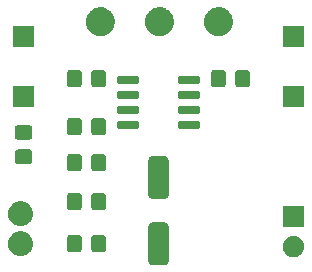
<source format=gbr>
G04 #@! TF.GenerationSoftware,KiCad,Pcbnew,6.0.0-unknown-3fefe01~100~ubuntu19.04.1*
G04 #@! TF.CreationDate,2019-08-17T22:35:10-04:00*
G04 #@! TF.ProjectId,1000WBlender,31303030-5742-46c6-956e-6465722e6b69,rev?*
G04 #@! TF.SameCoordinates,Original*
G04 #@! TF.FileFunction,Soldermask,Top*
G04 #@! TF.FilePolarity,Negative*
%FSLAX46Y46*%
G04 Gerber Fmt 4.6, Leading zero omitted, Abs format (unit mm)*
G04 Created by KiCad (PCBNEW 6.0.0-unknown-3fefe01~100~ubuntu19.04.1) date 2019-08-17 22:35:10*
%MOMM*%
%LPD*%
G04 APERTURE LIST*
%ADD10C,0.100000*%
G04 APERTURE END LIST*
D10*
G36*
X150496756Y-144013764D02*
G01*
X150508228Y-144019289D01*
X150516286Y-144020795D01*
X150533543Y-144031480D01*
X150578638Y-144053197D01*
X150598738Y-144071847D01*
X150611964Y-144080036D01*
X150622264Y-144093676D01*
X150645265Y-144115017D01*
X150667617Y-144153732D01*
X150679781Y-144169840D01*
X150681750Y-144178212D01*
X150689506Y-144191646D01*
X150708419Y-144291603D01*
X150711883Y-144306331D01*
X150711883Y-144309910D01*
X150713194Y-144316839D01*
X150713194Y-147289516D01*
X150698236Y-147388756D01*
X150692711Y-147400228D01*
X150691205Y-147408286D01*
X150680520Y-147425543D01*
X150658803Y-147470638D01*
X150640153Y-147490738D01*
X150631964Y-147503964D01*
X150618324Y-147514264D01*
X150596983Y-147537265D01*
X150558268Y-147559617D01*
X150542160Y-147571781D01*
X150533788Y-147573750D01*
X150520354Y-147581506D01*
X150420397Y-147600419D01*
X150405669Y-147603883D01*
X150402090Y-147603883D01*
X150395161Y-147605194D01*
X149322484Y-147605194D01*
X149223244Y-147590236D01*
X149211772Y-147584711D01*
X149203714Y-147583205D01*
X149186457Y-147572520D01*
X149141362Y-147550803D01*
X149121262Y-147532153D01*
X149108036Y-147523964D01*
X149097736Y-147510324D01*
X149074735Y-147488983D01*
X149052383Y-147450268D01*
X149040219Y-147434160D01*
X149038250Y-147425788D01*
X149030494Y-147412354D01*
X149011581Y-147312397D01*
X149008117Y-147297669D01*
X149008117Y-147294090D01*
X149006806Y-147287161D01*
X149006806Y-144314484D01*
X149021764Y-144215244D01*
X149027289Y-144203772D01*
X149028795Y-144195714D01*
X149039480Y-144178457D01*
X149061197Y-144133362D01*
X149079847Y-144113262D01*
X149088036Y-144100036D01*
X149101676Y-144089736D01*
X149123017Y-144066735D01*
X149161732Y-144044383D01*
X149177840Y-144032219D01*
X149186212Y-144030250D01*
X149199646Y-144022494D01*
X149299603Y-144003581D01*
X149314331Y-144000117D01*
X149317910Y-144000117D01*
X149324839Y-143998806D01*
X150397516Y-143998806D01*
X150496756Y-144013764D01*
X150496756Y-144013764D01*
G37*
G36*
X161478360Y-145163835D02*
G01*
X161559397Y-145190166D01*
X161646663Y-145217848D01*
X161649655Y-145219493D01*
X161658488Y-145222363D01*
X161730466Y-145263919D01*
X161801499Y-145302970D01*
X161808986Y-145309253D01*
X161822511Y-145317061D01*
X161880259Y-145369057D01*
X161936857Y-145416549D01*
X161946962Y-145429118D01*
X161963261Y-145443793D01*
X162005454Y-145501867D01*
X162047579Y-145554260D01*
X162057994Y-145574182D01*
X162074586Y-145597019D01*
X162101297Y-145657012D01*
X162129439Y-145710843D01*
X162137582Y-145738510D01*
X162151621Y-145770042D01*
X162163992Y-145828241D01*
X162179328Y-145880349D01*
X162182518Y-145915401D01*
X162190999Y-145955301D01*
X162190999Y-146008592D01*
X162195343Y-146056324D01*
X162190999Y-146097653D01*
X162190999Y-146144699D01*
X162181217Y-146190721D01*
X162176873Y-146232047D01*
X162162702Y-146277827D01*
X162151621Y-146329958D01*
X162135028Y-146367226D01*
X162124622Y-146400843D01*
X162098789Y-146448620D01*
X162074586Y-146502981D01*
X162054298Y-146530905D01*
X162040580Y-146556276D01*
X162001859Y-146603082D01*
X161963261Y-146656207D01*
X161942284Y-146675095D01*
X161927952Y-146692419D01*
X161875845Y-146734917D01*
X161822511Y-146782939D01*
X161803524Y-146793901D01*
X161791025Y-146804095D01*
X161725780Y-146838786D01*
X161658488Y-146877637D01*
X161643636Y-146882463D01*
X161635003Y-146887053D01*
X161557430Y-146910473D01*
X161478360Y-146936165D01*
X161469114Y-146937137D01*
X161465851Y-146938122D01*
X161374710Y-146947059D01*
X161337211Y-146951000D01*
X161242789Y-146951000D01*
X161101640Y-146936165D01*
X161020603Y-146909834D01*
X160933337Y-146882152D01*
X160930345Y-146880507D01*
X160921512Y-146877637D01*
X160849534Y-146836081D01*
X160778501Y-146797030D01*
X160771014Y-146790747D01*
X160757489Y-146782939D01*
X160699741Y-146730943D01*
X160643143Y-146683451D01*
X160633038Y-146670882D01*
X160616739Y-146656207D01*
X160574546Y-146598133D01*
X160532421Y-146545740D01*
X160522006Y-146525818D01*
X160505414Y-146502981D01*
X160478703Y-146442988D01*
X160450561Y-146389157D01*
X160442418Y-146361490D01*
X160428379Y-146329958D01*
X160416008Y-146271759D01*
X160400672Y-146219651D01*
X160397482Y-146184599D01*
X160389001Y-146144699D01*
X160389001Y-146091408D01*
X160384657Y-146043676D01*
X160389001Y-146002347D01*
X160389001Y-145955301D01*
X160398783Y-145909279D01*
X160403127Y-145867953D01*
X160417298Y-145822173D01*
X160428379Y-145770042D01*
X160444972Y-145732774D01*
X160455378Y-145699157D01*
X160481211Y-145651380D01*
X160505414Y-145597019D01*
X160525702Y-145569095D01*
X160539420Y-145543724D01*
X160578141Y-145496918D01*
X160616739Y-145443793D01*
X160637716Y-145424905D01*
X160652048Y-145407581D01*
X160704155Y-145365083D01*
X160757489Y-145317061D01*
X160776476Y-145306099D01*
X160788975Y-145295905D01*
X160854220Y-145261214D01*
X160921512Y-145222363D01*
X160936364Y-145217537D01*
X160944997Y-145212947D01*
X161022570Y-145189527D01*
X161101640Y-145163835D01*
X161110886Y-145162863D01*
X161114149Y-145161878D01*
X161205290Y-145152941D01*
X161242789Y-145149000D01*
X161337211Y-145149000D01*
X161478360Y-145163835D01*
X161478360Y-145163835D01*
G37*
G36*
X138235591Y-144745345D02*
G01*
X138286391Y-144745700D01*
X138337051Y-144756099D01*
X138382828Y-144760951D01*
X138432287Y-144775648D01*
X138488293Y-144787145D01*
X138530069Y-144804706D01*
X138567981Y-144815972D01*
X138619722Y-144842392D01*
X138678300Y-144867016D01*
X138710564Y-144888779D01*
X138740015Y-144903817D01*
X138791254Y-144943205D01*
X138849174Y-144982273D01*
X138872070Y-145005330D01*
X138893158Y-145021540D01*
X138940764Y-145074504D01*
X138994407Y-145128523D01*
X139008831Y-145150233D01*
X139022284Y-145165200D01*
X139062922Y-145231646D01*
X139108468Y-145300198D01*
X139115950Y-145318350D01*
X139123065Y-145329984D01*
X139153378Y-145409158D01*
X139187011Y-145490758D01*
X139189572Y-145503693D01*
X139192132Y-145510379D01*
X139208931Y-145601461D01*
X139227045Y-145692944D01*
X139223757Y-145928363D01*
X139220234Y-145943869D01*
X139220069Y-145949973D01*
X139198745Y-146038453D01*
X139178094Y-146129352D01*
X139175358Y-146135497D01*
X139175199Y-146136157D01*
X139117914Y-146264518D01*
X139094261Y-146317645D01*
X139040257Y-146394200D01*
X138986932Y-146471643D01*
X138982520Y-146476048D01*
X138975451Y-146486068D01*
X138910969Y-146547474D01*
X138850227Y-146608109D01*
X138839742Y-146615302D01*
X138826191Y-146628206D01*
X138755960Y-146672776D01*
X138690942Y-146717378D01*
X138673400Y-146725170D01*
X138652165Y-146738646D01*
X138580347Y-146766503D01*
X138514410Y-146795791D01*
X138489446Y-146801761D01*
X138460002Y-146813182D01*
X138390304Y-146825471D01*
X138326543Y-146840720D01*
X138294438Y-146842375D01*
X138257022Y-146848972D01*
X138192608Y-146847623D01*
X138133641Y-146850662D01*
X138095342Y-146845586D01*
X138050955Y-146844656D01*
X137994223Y-146832183D01*
X137942152Y-146825281D01*
X137899267Y-146811306D01*
X137849652Y-146800397D01*
X137802265Y-146779694D01*
X137758498Y-146765431D01*
X137713176Y-146740772D01*
X137660779Y-146717880D01*
X137623565Y-146692016D01*
X137588825Y-146673114D01*
X137543703Y-146636510D01*
X137491530Y-146600249D01*
X137464502Y-146572260D01*
X137438814Y-146551422D01*
X137396877Y-146502233D01*
X137348353Y-146451985D01*
X137330751Y-146424672D01*
X137313495Y-146404432D01*
X137277942Y-146342728D01*
X137236701Y-146278734D01*
X137227105Y-146254498D01*
X137217060Y-146237064D01*
X137191127Y-146163628D01*
X137160826Y-146087096D01*
X137157282Y-146067785D01*
X137152739Y-146054921D01*
X137139546Y-145971152D01*
X137123619Y-145884371D01*
X137123803Y-145871188D01*
X137122689Y-145864114D01*
X137125196Y-145771460D01*
X137126497Y-145678279D01*
X137127895Y-145671703D01*
X137127913Y-145671026D01*
X137157406Y-145532863D01*
X137169350Y-145476672D01*
X137206226Y-145390635D01*
X137242315Y-145303722D01*
X137245718Y-145298492D01*
X137250546Y-145287227D01*
X137300828Y-145213791D01*
X137347658Y-145141818D01*
X137356423Y-145132598D01*
X137366992Y-145117162D01*
X137426409Y-145058977D01*
X137480745Y-145001818D01*
X137496286Y-144990547D01*
X137514253Y-144972953D01*
X137578701Y-144930780D01*
X137637118Y-144888415D01*
X137660301Y-144877382D01*
X137686720Y-144860094D01*
X137752316Y-144833591D01*
X137811532Y-144805410D01*
X137842596Y-144797116D01*
X137877823Y-144782883D01*
X137941128Y-144770807D01*
X137998159Y-144755579D01*
X138036663Y-144752582D01*
X138080284Y-144744261D01*
X138138370Y-144744667D01*
X138190735Y-144740591D01*
X138235591Y-144745345D01*
X138235591Y-144745345D01*
G37*
G36*
X145200756Y-145057764D02*
G01*
X145212227Y-145063288D01*
X145220287Y-145064795D01*
X145237547Y-145075482D01*
X145282638Y-145097197D01*
X145302738Y-145115847D01*
X145315964Y-145124036D01*
X145326265Y-145137676D01*
X145349264Y-145159016D01*
X145371614Y-145197727D01*
X145383781Y-145213839D01*
X145385751Y-145222213D01*
X145393506Y-145235646D01*
X145412419Y-145335601D01*
X145415883Y-145350330D01*
X145415883Y-145353909D01*
X145417194Y-145360838D01*
X145417194Y-146233517D01*
X145402236Y-146332756D01*
X145396712Y-146344227D01*
X145395205Y-146352287D01*
X145384518Y-146369547D01*
X145362803Y-146414638D01*
X145344153Y-146434738D01*
X145335964Y-146447964D01*
X145322324Y-146458265D01*
X145300984Y-146481264D01*
X145262273Y-146503614D01*
X145246161Y-146515781D01*
X145237787Y-146517751D01*
X145224354Y-146525506D01*
X145124399Y-146544419D01*
X145109670Y-146547883D01*
X145106091Y-146547883D01*
X145099162Y-146549194D01*
X144476483Y-146549194D01*
X144377244Y-146534236D01*
X144365773Y-146528712D01*
X144357713Y-146527205D01*
X144340453Y-146516518D01*
X144295362Y-146494803D01*
X144275262Y-146476153D01*
X144262036Y-146467964D01*
X144251735Y-146454324D01*
X144228736Y-146432984D01*
X144206386Y-146394273D01*
X144194219Y-146378161D01*
X144192249Y-146369787D01*
X144184494Y-146356354D01*
X144165581Y-146256399D01*
X144162117Y-146241670D01*
X144162117Y-146238091D01*
X144160806Y-146231162D01*
X144160806Y-145358483D01*
X144175764Y-145259244D01*
X144181288Y-145247773D01*
X144182795Y-145239713D01*
X144193482Y-145222453D01*
X144215197Y-145177362D01*
X144233847Y-145157262D01*
X144242036Y-145144036D01*
X144255676Y-145133735D01*
X144277016Y-145110736D01*
X144315727Y-145088386D01*
X144331839Y-145076219D01*
X144340213Y-145074249D01*
X144353646Y-145066494D01*
X144453601Y-145047581D01*
X144468330Y-145044117D01*
X144471909Y-145044117D01*
X144478838Y-145042806D01*
X145101517Y-145042806D01*
X145200756Y-145057764D01*
X145200756Y-145057764D01*
G37*
G36*
X143150756Y-145057764D02*
G01*
X143162227Y-145063288D01*
X143170287Y-145064795D01*
X143187547Y-145075482D01*
X143232638Y-145097197D01*
X143252738Y-145115847D01*
X143265964Y-145124036D01*
X143276265Y-145137676D01*
X143299264Y-145159016D01*
X143321614Y-145197727D01*
X143333781Y-145213839D01*
X143335751Y-145222213D01*
X143343506Y-145235646D01*
X143362419Y-145335601D01*
X143365883Y-145350330D01*
X143365883Y-145353909D01*
X143367194Y-145360838D01*
X143367194Y-146233517D01*
X143352236Y-146332756D01*
X143346712Y-146344227D01*
X143345205Y-146352287D01*
X143334518Y-146369547D01*
X143312803Y-146414638D01*
X143294153Y-146434738D01*
X143285964Y-146447964D01*
X143272324Y-146458265D01*
X143250984Y-146481264D01*
X143212273Y-146503614D01*
X143196161Y-146515781D01*
X143187787Y-146517751D01*
X143174354Y-146525506D01*
X143074399Y-146544419D01*
X143059670Y-146547883D01*
X143056091Y-146547883D01*
X143049162Y-146549194D01*
X142426483Y-146549194D01*
X142327244Y-146534236D01*
X142315773Y-146528712D01*
X142307713Y-146527205D01*
X142290453Y-146516518D01*
X142245362Y-146494803D01*
X142225262Y-146476153D01*
X142212036Y-146467964D01*
X142201735Y-146454324D01*
X142178736Y-146432984D01*
X142156386Y-146394273D01*
X142144219Y-146378161D01*
X142142249Y-146369787D01*
X142134494Y-146356354D01*
X142115581Y-146256399D01*
X142112117Y-146241670D01*
X142112117Y-146238091D01*
X142110806Y-146231162D01*
X142110806Y-145358483D01*
X142125764Y-145259244D01*
X142131288Y-145247773D01*
X142132795Y-145239713D01*
X142143482Y-145222453D01*
X142165197Y-145177362D01*
X142183847Y-145157262D01*
X142192036Y-145144036D01*
X142205676Y-145133735D01*
X142227016Y-145110736D01*
X142265727Y-145088386D01*
X142281839Y-145076219D01*
X142290213Y-145074249D01*
X142303646Y-145066494D01*
X142403601Y-145047581D01*
X142418330Y-145044117D01*
X142421909Y-145044117D01*
X142428838Y-145042806D01*
X143051517Y-145042806D01*
X143150756Y-145057764D01*
X143150756Y-145057764D01*
G37*
G36*
X162159899Y-142611959D02*
G01*
X162176769Y-142623231D01*
X162188041Y-142640101D01*
X162194448Y-142672312D01*
X162194448Y-144347688D01*
X162191999Y-144360000D01*
X162188041Y-144379899D01*
X162176769Y-144396769D01*
X162159899Y-144408041D01*
X162140000Y-144411999D01*
X162127688Y-144414448D01*
X160452312Y-144414448D01*
X160420101Y-144408041D01*
X160403231Y-144396769D01*
X160391959Y-144379899D01*
X160385552Y-144347688D01*
X160385552Y-142672312D01*
X160391959Y-142640101D01*
X160403231Y-142623231D01*
X160420101Y-142611959D01*
X160452312Y-142605552D01*
X162127688Y-142605552D01*
X162159899Y-142611959D01*
X162159899Y-142611959D01*
G37*
G36*
X138235591Y-142205345D02*
G01*
X138286391Y-142205700D01*
X138337051Y-142216099D01*
X138382828Y-142220951D01*
X138432287Y-142235648D01*
X138488293Y-142247145D01*
X138530069Y-142264706D01*
X138567981Y-142275972D01*
X138619722Y-142302392D01*
X138678300Y-142327016D01*
X138710564Y-142348779D01*
X138740015Y-142363817D01*
X138791254Y-142403205D01*
X138849174Y-142442273D01*
X138872070Y-142465330D01*
X138893158Y-142481540D01*
X138940764Y-142534504D01*
X138994407Y-142588523D01*
X139008831Y-142610233D01*
X139022284Y-142625200D01*
X139062922Y-142691646D01*
X139108468Y-142760198D01*
X139115950Y-142778350D01*
X139123065Y-142789984D01*
X139153378Y-142869158D01*
X139187011Y-142950758D01*
X139189572Y-142963693D01*
X139192132Y-142970379D01*
X139208931Y-143061461D01*
X139227045Y-143152944D01*
X139223757Y-143388363D01*
X139220234Y-143403869D01*
X139220069Y-143409973D01*
X139198745Y-143498453D01*
X139178094Y-143589352D01*
X139175358Y-143595497D01*
X139175199Y-143596157D01*
X139117914Y-143724518D01*
X139094261Y-143777645D01*
X139040257Y-143854200D01*
X138986932Y-143931643D01*
X138982520Y-143936048D01*
X138975451Y-143946068D01*
X138910969Y-144007474D01*
X138850227Y-144068109D01*
X138839742Y-144075302D01*
X138826191Y-144088206D01*
X138755960Y-144132776D01*
X138690942Y-144177378D01*
X138673400Y-144185170D01*
X138652165Y-144198646D01*
X138580347Y-144226503D01*
X138514410Y-144255791D01*
X138489446Y-144261761D01*
X138460002Y-144273182D01*
X138390304Y-144285471D01*
X138326543Y-144300720D01*
X138294438Y-144302375D01*
X138257022Y-144308972D01*
X138192608Y-144307623D01*
X138133641Y-144310662D01*
X138095342Y-144305586D01*
X138050955Y-144304656D01*
X137994223Y-144292183D01*
X137942152Y-144285281D01*
X137899267Y-144271306D01*
X137849652Y-144260397D01*
X137802265Y-144239694D01*
X137758498Y-144225431D01*
X137713176Y-144200772D01*
X137660779Y-144177880D01*
X137623565Y-144152016D01*
X137588825Y-144133114D01*
X137543703Y-144096510D01*
X137491530Y-144060249D01*
X137464502Y-144032260D01*
X137438814Y-144011422D01*
X137396877Y-143962233D01*
X137348353Y-143911985D01*
X137330751Y-143884672D01*
X137313495Y-143864432D01*
X137277942Y-143802728D01*
X137236701Y-143738734D01*
X137227105Y-143714498D01*
X137217060Y-143697064D01*
X137191127Y-143623628D01*
X137160826Y-143547096D01*
X137157282Y-143527785D01*
X137152739Y-143514921D01*
X137139546Y-143431152D01*
X137123619Y-143344371D01*
X137123803Y-143331188D01*
X137122689Y-143324114D01*
X137125196Y-143231460D01*
X137126497Y-143138279D01*
X137127895Y-143131703D01*
X137127913Y-143131026D01*
X137157615Y-142991883D01*
X137169350Y-142936672D01*
X137206226Y-142850635D01*
X137242315Y-142763722D01*
X137245718Y-142758492D01*
X137250546Y-142747227D01*
X137300828Y-142673791D01*
X137347658Y-142601818D01*
X137356423Y-142592598D01*
X137366992Y-142577162D01*
X137426409Y-142518977D01*
X137480745Y-142461818D01*
X137496286Y-142450547D01*
X137514253Y-142432953D01*
X137578701Y-142390780D01*
X137637118Y-142348415D01*
X137660301Y-142337382D01*
X137686720Y-142320094D01*
X137752316Y-142293591D01*
X137811532Y-142265410D01*
X137842596Y-142257116D01*
X137877823Y-142242883D01*
X137941128Y-142230807D01*
X137998159Y-142215579D01*
X138036663Y-142212582D01*
X138080284Y-142204261D01*
X138138370Y-142204667D01*
X138190735Y-142200591D01*
X138235591Y-142205345D01*
X138235591Y-142205345D01*
G37*
G36*
X145200756Y-141501764D02*
G01*
X145212227Y-141507288D01*
X145220287Y-141508795D01*
X145237547Y-141519482D01*
X145282638Y-141541197D01*
X145302738Y-141559847D01*
X145315964Y-141568036D01*
X145326265Y-141581676D01*
X145349264Y-141603016D01*
X145371614Y-141641727D01*
X145383781Y-141657839D01*
X145385751Y-141666213D01*
X145393506Y-141679646D01*
X145412419Y-141779601D01*
X145415883Y-141794330D01*
X145415883Y-141797909D01*
X145417194Y-141804838D01*
X145417194Y-142677517D01*
X145402236Y-142776756D01*
X145396712Y-142788227D01*
X145395205Y-142796287D01*
X145384518Y-142813547D01*
X145362803Y-142858638D01*
X145344153Y-142878738D01*
X145335964Y-142891964D01*
X145322324Y-142902265D01*
X145300984Y-142925264D01*
X145262273Y-142947614D01*
X145246161Y-142959781D01*
X145237787Y-142961751D01*
X145224354Y-142969506D01*
X145124399Y-142988419D01*
X145109670Y-142991883D01*
X145106091Y-142991883D01*
X145099162Y-142993194D01*
X144476483Y-142993194D01*
X144377244Y-142978236D01*
X144365773Y-142972712D01*
X144357713Y-142971205D01*
X144340453Y-142960518D01*
X144295362Y-142938803D01*
X144275262Y-142920153D01*
X144262036Y-142911964D01*
X144251735Y-142898324D01*
X144228736Y-142876984D01*
X144206386Y-142838273D01*
X144194219Y-142822161D01*
X144192249Y-142813787D01*
X144184494Y-142800354D01*
X144165581Y-142700399D01*
X144162117Y-142685670D01*
X144162117Y-142682091D01*
X144160806Y-142675162D01*
X144160806Y-141802483D01*
X144175764Y-141703244D01*
X144181288Y-141691773D01*
X144182795Y-141683713D01*
X144193482Y-141666453D01*
X144215197Y-141621362D01*
X144233847Y-141601262D01*
X144242036Y-141588036D01*
X144255676Y-141577735D01*
X144277016Y-141554736D01*
X144315727Y-141532386D01*
X144331839Y-141520219D01*
X144340213Y-141518249D01*
X144353646Y-141510494D01*
X144453601Y-141491581D01*
X144468330Y-141488117D01*
X144471909Y-141488117D01*
X144478838Y-141486806D01*
X145101517Y-141486806D01*
X145200756Y-141501764D01*
X145200756Y-141501764D01*
G37*
G36*
X143150756Y-141501764D02*
G01*
X143162227Y-141507288D01*
X143170287Y-141508795D01*
X143187547Y-141519482D01*
X143232638Y-141541197D01*
X143252738Y-141559847D01*
X143265964Y-141568036D01*
X143276265Y-141581676D01*
X143299264Y-141603016D01*
X143321614Y-141641727D01*
X143333781Y-141657839D01*
X143335751Y-141666213D01*
X143343506Y-141679646D01*
X143362419Y-141779601D01*
X143365883Y-141794330D01*
X143365883Y-141797909D01*
X143367194Y-141804838D01*
X143367194Y-142677517D01*
X143352236Y-142776756D01*
X143346712Y-142788227D01*
X143345205Y-142796287D01*
X143334518Y-142813547D01*
X143312803Y-142858638D01*
X143294153Y-142878738D01*
X143285964Y-142891964D01*
X143272324Y-142902265D01*
X143250984Y-142925264D01*
X143212273Y-142947614D01*
X143196161Y-142959781D01*
X143187787Y-142961751D01*
X143174354Y-142969506D01*
X143074399Y-142988419D01*
X143059670Y-142991883D01*
X143056091Y-142991883D01*
X143049162Y-142993194D01*
X142426483Y-142993194D01*
X142327244Y-142978236D01*
X142315773Y-142972712D01*
X142307713Y-142971205D01*
X142290453Y-142960518D01*
X142245362Y-142938803D01*
X142225262Y-142920153D01*
X142212036Y-142911964D01*
X142201735Y-142898324D01*
X142178736Y-142876984D01*
X142156386Y-142838273D01*
X142144219Y-142822161D01*
X142142249Y-142813787D01*
X142134494Y-142800354D01*
X142115581Y-142700399D01*
X142112117Y-142685670D01*
X142112117Y-142682091D01*
X142110806Y-142675162D01*
X142110806Y-141802483D01*
X142125764Y-141703244D01*
X142131288Y-141691773D01*
X142132795Y-141683713D01*
X142143482Y-141666453D01*
X142165197Y-141621362D01*
X142183847Y-141601262D01*
X142192036Y-141588036D01*
X142205676Y-141577735D01*
X142227016Y-141554736D01*
X142265727Y-141532386D01*
X142281839Y-141520219D01*
X142290213Y-141518249D01*
X142303646Y-141510494D01*
X142403601Y-141491581D01*
X142418330Y-141488117D01*
X142421909Y-141488117D01*
X142428838Y-141486806D01*
X143051517Y-141486806D01*
X143150756Y-141501764D01*
X143150756Y-141501764D01*
G37*
G36*
X150496756Y-138413764D02*
G01*
X150508228Y-138419289D01*
X150516286Y-138420795D01*
X150533543Y-138431480D01*
X150578638Y-138453197D01*
X150598738Y-138471847D01*
X150611964Y-138480036D01*
X150622264Y-138493676D01*
X150645265Y-138515017D01*
X150667617Y-138553732D01*
X150679781Y-138569840D01*
X150681750Y-138578212D01*
X150689506Y-138591646D01*
X150708419Y-138691603D01*
X150711883Y-138706331D01*
X150711883Y-138709910D01*
X150713194Y-138716839D01*
X150713194Y-141689516D01*
X150698236Y-141788756D01*
X150692711Y-141800228D01*
X150691205Y-141808286D01*
X150680520Y-141825543D01*
X150658803Y-141870638D01*
X150640153Y-141890738D01*
X150631964Y-141903964D01*
X150618324Y-141914264D01*
X150596983Y-141937265D01*
X150558268Y-141959617D01*
X150542160Y-141971781D01*
X150533788Y-141973750D01*
X150520354Y-141981506D01*
X150420397Y-142000419D01*
X150405669Y-142003883D01*
X150402090Y-142003883D01*
X150395161Y-142005194D01*
X149322484Y-142005194D01*
X149223244Y-141990236D01*
X149211772Y-141984711D01*
X149203714Y-141983205D01*
X149186457Y-141972520D01*
X149141362Y-141950803D01*
X149121262Y-141932153D01*
X149108036Y-141923964D01*
X149097736Y-141910324D01*
X149074735Y-141888983D01*
X149052383Y-141850268D01*
X149040219Y-141834160D01*
X149038250Y-141825788D01*
X149030494Y-141812354D01*
X149011581Y-141712397D01*
X149008117Y-141697669D01*
X149008117Y-141694090D01*
X149006806Y-141687161D01*
X149006806Y-138714484D01*
X149021764Y-138615244D01*
X149027289Y-138603772D01*
X149028795Y-138595714D01*
X149039480Y-138578457D01*
X149061197Y-138533362D01*
X149079847Y-138513262D01*
X149088036Y-138500036D01*
X149101676Y-138489736D01*
X149123017Y-138466735D01*
X149161732Y-138444383D01*
X149177840Y-138432219D01*
X149186212Y-138430250D01*
X149199646Y-138422494D01*
X149299603Y-138403581D01*
X149314331Y-138400117D01*
X149317910Y-138400117D01*
X149324839Y-138398806D01*
X150397516Y-138398806D01*
X150496756Y-138413764D01*
X150496756Y-138413764D01*
G37*
G36*
X145200756Y-138199764D02*
G01*
X145212227Y-138205288D01*
X145220287Y-138206795D01*
X145237547Y-138217482D01*
X145282638Y-138239197D01*
X145302738Y-138257847D01*
X145315964Y-138266036D01*
X145326265Y-138279676D01*
X145349264Y-138301016D01*
X145371614Y-138339727D01*
X145383781Y-138355839D01*
X145385751Y-138364213D01*
X145393506Y-138377646D01*
X145412419Y-138477601D01*
X145415883Y-138492330D01*
X145415883Y-138495909D01*
X145417194Y-138502838D01*
X145417194Y-139375517D01*
X145402236Y-139474756D01*
X145396712Y-139486227D01*
X145395205Y-139494287D01*
X145384518Y-139511547D01*
X145362803Y-139556638D01*
X145344153Y-139576738D01*
X145335964Y-139589964D01*
X145322324Y-139600265D01*
X145300984Y-139623264D01*
X145262273Y-139645614D01*
X145246161Y-139657781D01*
X145237787Y-139659751D01*
X145224354Y-139667506D01*
X145124399Y-139686419D01*
X145109670Y-139689883D01*
X145106091Y-139689883D01*
X145099162Y-139691194D01*
X144476483Y-139691194D01*
X144377244Y-139676236D01*
X144365773Y-139670712D01*
X144357713Y-139669205D01*
X144340453Y-139658518D01*
X144295362Y-139636803D01*
X144275262Y-139618153D01*
X144262036Y-139609964D01*
X144251735Y-139596324D01*
X144228736Y-139574984D01*
X144206386Y-139536273D01*
X144194219Y-139520161D01*
X144192249Y-139511787D01*
X144184494Y-139498354D01*
X144165581Y-139398399D01*
X144162117Y-139383670D01*
X144162117Y-139380091D01*
X144160806Y-139373162D01*
X144160806Y-138500483D01*
X144175764Y-138401244D01*
X144181288Y-138389773D01*
X144182795Y-138381713D01*
X144193482Y-138364453D01*
X144215197Y-138319362D01*
X144233847Y-138299262D01*
X144242036Y-138286036D01*
X144255676Y-138275735D01*
X144277016Y-138252736D01*
X144315727Y-138230386D01*
X144331839Y-138218219D01*
X144340213Y-138216249D01*
X144353646Y-138208494D01*
X144453601Y-138189581D01*
X144468330Y-138186117D01*
X144471909Y-138186117D01*
X144478838Y-138184806D01*
X145101517Y-138184806D01*
X145200756Y-138199764D01*
X145200756Y-138199764D01*
G37*
G36*
X143150756Y-138199764D02*
G01*
X143162227Y-138205288D01*
X143170287Y-138206795D01*
X143187547Y-138217482D01*
X143232638Y-138239197D01*
X143252738Y-138257847D01*
X143265964Y-138266036D01*
X143276265Y-138279676D01*
X143299264Y-138301016D01*
X143321614Y-138339727D01*
X143333781Y-138355839D01*
X143335751Y-138364213D01*
X143343506Y-138377646D01*
X143362419Y-138477601D01*
X143365883Y-138492330D01*
X143365883Y-138495909D01*
X143367194Y-138502838D01*
X143367194Y-139375517D01*
X143352236Y-139474756D01*
X143346712Y-139486227D01*
X143345205Y-139494287D01*
X143334518Y-139511547D01*
X143312803Y-139556638D01*
X143294153Y-139576738D01*
X143285964Y-139589964D01*
X143272324Y-139600265D01*
X143250984Y-139623264D01*
X143212273Y-139645614D01*
X143196161Y-139657781D01*
X143187787Y-139659751D01*
X143174354Y-139667506D01*
X143074399Y-139686419D01*
X143059670Y-139689883D01*
X143056091Y-139689883D01*
X143049162Y-139691194D01*
X142426483Y-139691194D01*
X142327244Y-139676236D01*
X142315773Y-139670712D01*
X142307713Y-139669205D01*
X142290453Y-139658518D01*
X142245362Y-139636803D01*
X142225262Y-139618153D01*
X142212036Y-139609964D01*
X142201735Y-139596324D01*
X142178736Y-139574984D01*
X142156386Y-139536273D01*
X142144219Y-139520161D01*
X142142249Y-139511787D01*
X142134494Y-139498354D01*
X142115581Y-139398399D01*
X142112117Y-139383670D01*
X142112117Y-139380091D01*
X142110806Y-139373162D01*
X142110806Y-138500483D01*
X142125764Y-138401244D01*
X142131288Y-138389773D01*
X142132795Y-138381713D01*
X142143482Y-138364453D01*
X142165197Y-138319362D01*
X142183847Y-138299262D01*
X142192036Y-138286036D01*
X142205676Y-138275735D01*
X142227016Y-138252736D01*
X142265727Y-138230386D01*
X142281839Y-138218219D01*
X142290213Y-138216249D01*
X142303646Y-138208494D01*
X142403601Y-138189581D01*
X142418330Y-138186117D01*
X142421909Y-138186117D01*
X142428838Y-138184806D01*
X143051517Y-138184806D01*
X143150756Y-138199764D01*
X143150756Y-138199764D01*
G37*
G36*
X138966756Y-137825764D02*
G01*
X138978227Y-137831288D01*
X138986287Y-137832795D01*
X139003547Y-137843482D01*
X139048638Y-137865197D01*
X139068738Y-137883847D01*
X139081964Y-137892036D01*
X139092265Y-137905676D01*
X139115264Y-137927016D01*
X139137614Y-137965727D01*
X139149781Y-137981839D01*
X139151751Y-137990213D01*
X139159506Y-138003646D01*
X139178419Y-138103601D01*
X139181883Y-138118330D01*
X139181883Y-138121909D01*
X139183194Y-138128838D01*
X139183194Y-138751517D01*
X139168236Y-138850756D01*
X139162712Y-138862227D01*
X139161205Y-138870287D01*
X139150518Y-138887547D01*
X139128803Y-138932638D01*
X139110153Y-138952738D01*
X139101964Y-138965964D01*
X139088324Y-138976265D01*
X139066984Y-138999264D01*
X139028273Y-139021614D01*
X139012161Y-139033781D01*
X139003787Y-139035751D01*
X138990354Y-139043506D01*
X138890399Y-139062419D01*
X138875670Y-139065883D01*
X138872091Y-139065883D01*
X138865162Y-139067194D01*
X137992483Y-139067194D01*
X137893244Y-139052236D01*
X137881773Y-139046712D01*
X137873713Y-139045205D01*
X137856453Y-139034518D01*
X137811362Y-139012803D01*
X137791262Y-138994153D01*
X137778036Y-138985964D01*
X137767735Y-138972324D01*
X137744736Y-138950984D01*
X137722386Y-138912273D01*
X137710219Y-138896161D01*
X137708249Y-138887787D01*
X137700494Y-138874354D01*
X137681581Y-138774399D01*
X137678117Y-138759670D01*
X137678117Y-138756091D01*
X137676806Y-138749162D01*
X137676806Y-138126483D01*
X137691764Y-138027244D01*
X137697288Y-138015773D01*
X137698795Y-138007713D01*
X137709482Y-137990453D01*
X137731197Y-137945362D01*
X137749847Y-137925262D01*
X137758036Y-137912036D01*
X137771676Y-137901735D01*
X137793016Y-137878736D01*
X137831727Y-137856386D01*
X137847839Y-137844219D01*
X137856213Y-137842249D01*
X137869646Y-137834494D01*
X137969601Y-137815581D01*
X137984330Y-137812117D01*
X137987909Y-137812117D01*
X137994838Y-137810806D01*
X138867517Y-137810806D01*
X138966756Y-137825764D01*
X138966756Y-137825764D01*
G37*
G36*
X138966756Y-135775764D02*
G01*
X138978227Y-135781288D01*
X138986287Y-135782795D01*
X139003547Y-135793482D01*
X139048638Y-135815197D01*
X139068738Y-135833847D01*
X139081964Y-135842036D01*
X139092265Y-135855676D01*
X139115264Y-135877016D01*
X139137614Y-135915727D01*
X139149781Y-135931839D01*
X139151751Y-135940213D01*
X139159506Y-135953646D01*
X139178419Y-136053601D01*
X139181883Y-136068330D01*
X139181883Y-136071909D01*
X139183194Y-136078838D01*
X139183194Y-136701517D01*
X139168236Y-136800756D01*
X139162712Y-136812227D01*
X139161205Y-136820287D01*
X139150518Y-136837547D01*
X139128803Y-136882638D01*
X139110153Y-136902738D01*
X139101964Y-136915964D01*
X139088324Y-136926265D01*
X139066984Y-136949264D01*
X139028273Y-136971614D01*
X139012161Y-136983781D01*
X139003787Y-136985751D01*
X138990354Y-136993506D01*
X138890399Y-137012419D01*
X138875670Y-137015883D01*
X138872091Y-137015883D01*
X138865162Y-137017194D01*
X137992483Y-137017194D01*
X137893244Y-137002236D01*
X137881773Y-136996712D01*
X137873713Y-136995205D01*
X137856453Y-136984518D01*
X137811362Y-136962803D01*
X137791262Y-136944153D01*
X137778036Y-136935964D01*
X137767735Y-136922324D01*
X137744736Y-136900984D01*
X137722386Y-136862273D01*
X137710219Y-136846161D01*
X137708249Y-136837787D01*
X137700494Y-136824354D01*
X137681581Y-136724399D01*
X137678117Y-136709670D01*
X137678117Y-136706091D01*
X137676806Y-136699162D01*
X137676806Y-136076483D01*
X137691764Y-135977244D01*
X137697288Y-135965773D01*
X137698795Y-135957713D01*
X137709482Y-135940453D01*
X137731197Y-135895362D01*
X137749847Y-135875262D01*
X137758036Y-135862036D01*
X137771676Y-135851735D01*
X137793016Y-135828736D01*
X137831727Y-135806386D01*
X137847839Y-135794219D01*
X137856213Y-135792249D01*
X137869646Y-135784494D01*
X137969601Y-135765581D01*
X137984330Y-135762117D01*
X137987909Y-135762117D01*
X137994838Y-135760806D01*
X138867517Y-135760806D01*
X138966756Y-135775764D01*
X138966756Y-135775764D01*
G37*
G36*
X145200756Y-135151764D02*
G01*
X145212227Y-135157288D01*
X145220287Y-135158795D01*
X145237547Y-135169482D01*
X145282638Y-135191197D01*
X145302738Y-135209847D01*
X145315964Y-135218036D01*
X145326265Y-135231676D01*
X145349264Y-135253016D01*
X145371614Y-135291727D01*
X145383781Y-135307839D01*
X145385751Y-135316213D01*
X145393506Y-135329646D01*
X145412419Y-135429601D01*
X145415883Y-135444330D01*
X145415883Y-135447909D01*
X145417194Y-135454838D01*
X145417194Y-136327517D01*
X145402236Y-136426756D01*
X145396712Y-136438227D01*
X145395205Y-136446287D01*
X145384518Y-136463547D01*
X145362803Y-136508638D01*
X145344153Y-136528738D01*
X145335964Y-136541964D01*
X145322324Y-136552265D01*
X145300984Y-136575264D01*
X145262273Y-136597614D01*
X145246161Y-136609781D01*
X145237787Y-136611751D01*
X145224354Y-136619506D01*
X145124399Y-136638419D01*
X145109670Y-136641883D01*
X145106091Y-136641883D01*
X145099162Y-136643194D01*
X144476483Y-136643194D01*
X144377244Y-136628236D01*
X144365773Y-136622712D01*
X144357713Y-136621205D01*
X144340453Y-136610518D01*
X144295362Y-136588803D01*
X144275262Y-136570153D01*
X144262036Y-136561964D01*
X144251735Y-136548324D01*
X144228736Y-136526984D01*
X144206386Y-136488273D01*
X144194219Y-136472161D01*
X144192249Y-136463787D01*
X144184494Y-136450354D01*
X144165581Y-136350399D01*
X144162117Y-136335670D01*
X144162117Y-136332091D01*
X144160806Y-136325162D01*
X144160806Y-135452483D01*
X144175764Y-135353244D01*
X144181288Y-135341773D01*
X144182795Y-135333713D01*
X144193482Y-135316453D01*
X144215197Y-135271362D01*
X144233847Y-135251262D01*
X144242036Y-135238036D01*
X144255676Y-135227735D01*
X144277016Y-135204736D01*
X144315727Y-135182386D01*
X144331839Y-135170219D01*
X144340213Y-135168249D01*
X144353646Y-135160494D01*
X144453601Y-135141581D01*
X144468330Y-135138117D01*
X144471909Y-135138117D01*
X144478838Y-135136806D01*
X145101517Y-135136806D01*
X145200756Y-135151764D01*
X145200756Y-135151764D01*
G37*
G36*
X143150756Y-135151764D02*
G01*
X143162227Y-135157288D01*
X143170287Y-135158795D01*
X143187547Y-135169482D01*
X143232638Y-135191197D01*
X143252738Y-135209847D01*
X143265964Y-135218036D01*
X143276265Y-135231676D01*
X143299264Y-135253016D01*
X143321614Y-135291727D01*
X143333781Y-135307839D01*
X143335751Y-135316213D01*
X143343506Y-135329646D01*
X143362419Y-135429601D01*
X143365883Y-135444330D01*
X143365883Y-135447909D01*
X143367194Y-135454838D01*
X143367194Y-136327517D01*
X143352236Y-136426756D01*
X143346712Y-136438227D01*
X143345205Y-136446287D01*
X143334518Y-136463547D01*
X143312803Y-136508638D01*
X143294153Y-136528738D01*
X143285964Y-136541964D01*
X143272324Y-136552265D01*
X143250984Y-136575264D01*
X143212273Y-136597614D01*
X143196161Y-136609781D01*
X143187787Y-136611751D01*
X143174354Y-136619506D01*
X143074399Y-136638419D01*
X143059670Y-136641883D01*
X143056091Y-136641883D01*
X143049162Y-136643194D01*
X142426483Y-136643194D01*
X142327244Y-136628236D01*
X142315773Y-136622712D01*
X142307713Y-136621205D01*
X142290453Y-136610518D01*
X142245362Y-136588803D01*
X142225262Y-136570153D01*
X142212036Y-136561964D01*
X142201735Y-136548324D01*
X142178736Y-136526984D01*
X142156386Y-136488273D01*
X142144219Y-136472161D01*
X142142249Y-136463787D01*
X142134494Y-136450354D01*
X142115581Y-136350399D01*
X142112117Y-136335670D01*
X142112117Y-136332091D01*
X142110806Y-136325162D01*
X142110806Y-135452483D01*
X142125764Y-135353244D01*
X142131288Y-135341773D01*
X142132795Y-135333713D01*
X142143482Y-135316453D01*
X142165197Y-135271362D01*
X142183847Y-135251262D01*
X142192036Y-135238036D01*
X142205676Y-135227735D01*
X142227016Y-135204736D01*
X142265727Y-135182386D01*
X142281839Y-135170219D01*
X142290213Y-135168249D01*
X142303646Y-135160494D01*
X142403601Y-135141581D01*
X142418330Y-135138117D01*
X142421909Y-135138117D01*
X142428838Y-135136806D01*
X143051517Y-135136806D01*
X143150756Y-135151764D01*
X143150756Y-135151764D01*
G37*
G36*
X153156483Y-135411001D02*
G01*
X153157061Y-135411001D01*
X153161575Y-135411899D01*
X153227492Y-135423522D01*
X153231426Y-135425793D01*
X153235487Y-135426601D01*
X153252405Y-135437905D01*
X153288879Y-135458963D01*
X153295207Y-135466504D01*
X153301974Y-135471026D01*
X153313598Y-135488422D01*
X153330797Y-135508920D01*
X153333142Y-135517673D01*
X153346399Y-135537513D01*
X153361999Y-135615939D01*
X153361999Y-135625367D01*
X153363715Y-135631771D01*
X153363715Y-135899751D01*
X153361999Y-135909483D01*
X153361999Y-135910061D01*
X153361101Y-135914575D01*
X153349478Y-135980492D01*
X153347207Y-135984426D01*
X153346399Y-135988487D01*
X153335095Y-136005405D01*
X153314037Y-136041879D01*
X153306496Y-136048207D01*
X153301974Y-136054974D01*
X153284578Y-136066598D01*
X153264080Y-136083797D01*
X153255327Y-136086142D01*
X153235487Y-136099399D01*
X153157061Y-136114999D01*
X153147633Y-136114999D01*
X153141229Y-136116715D01*
X151723249Y-136116715D01*
X151713517Y-136114999D01*
X151712939Y-136114999D01*
X151708425Y-136114101D01*
X151642508Y-136102478D01*
X151638574Y-136100207D01*
X151634513Y-136099399D01*
X151617595Y-136088095D01*
X151581121Y-136067037D01*
X151574793Y-136059496D01*
X151568026Y-136054974D01*
X151556402Y-136037578D01*
X151539203Y-136017080D01*
X151536858Y-136008327D01*
X151523601Y-135988487D01*
X151508001Y-135910061D01*
X151508001Y-135900633D01*
X151506285Y-135894229D01*
X151506285Y-135626249D01*
X151508001Y-135616517D01*
X151508001Y-135615939D01*
X151508899Y-135611425D01*
X151520522Y-135545508D01*
X151522793Y-135541574D01*
X151523601Y-135537513D01*
X151534905Y-135520595D01*
X151555963Y-135484121D01*
X151563504Y-135477793D01*
X151568026Y-135471026D01*
X151585422Y-135459402D01*
X151605920Y-135442203D01*
X151614673Y-135439858D01*
X151634513Y-135426601D01*
X151712939Y-135411001D01*
X151722367Y-135411001D01*
X151728771Y-135409285D01*
X153146751Y-135409285D01*
X153156483Y-135411001D01*
X153156483Y-135411001D01*
G37*
G36*
X148006483Y-135411001D02*
G01*
X148007061Y-135411001D01*
X148011575Y-135411899D01*
X148077492Y-135423522D01*
X148081426Y-135425793D01*
X148085487Y-135426601D01*
X148102405Y-135437905D01*
X148138879Y-135458963D01*
X148145207Y-135466504D01*
X148151974Y-135471026D01*
X148163598Y-135488422D01*
X148180797Y-135508920D01*
X148183142Y-135517673D01*
X148196399Y-135537513D01*
X148211999Y-135615939D01*
X148211999Y-135625367D01*
X148213715Y-135631771D01*
X148213715Y-135899751D01*
X148211999Y-135909483D01*
X148211999Y-135910061D01*
X148211101Y-135914575D01*
X148199478Y-135980492D01*
X148197207Y-135984426D01*
X148196399Y-135988487D01*
X148185095Y-136005405D01*
X148164037Y-136041879D01*
X148156496Y-136048207D01*
X148151974Y-136054974D01*
X148134578Y-136066598D01*
X148114080Y-136083797D01*
X148105327Y-136086142D01*
X148085487Y-136099399D01*
X148007061Y-136114999D01*
X147997633Y-136114999D01*
X147991229Y-136116715D01*
X146573249Y-136116715D01*
X146563517Y-136114999D01*
X146562939Y-136114999D01*
X146558425Y-136114101D01*
X146492508Y-136102478D01*
X146488574Y-136100207D01*
X146484513Y-136099399D01*
X146467595Y-136088095D01*
X146431121Y-136067037D01*
X146424793Y-136059496D01*
X146418026Y-136054974D01*
X146406402Y-136037578D01*
X146389203Y-136017080D01*
X146386858Y-136008327D01*
X146373601Y-135988487D01*
X146358001Y-135910061D01*
X146358001Y-135900633D01*
X146356285Y-135894229D01*
X146356285Y-135626249D01*
X146358001Y-135616517D01*
X146358001Y-135615939D01*
X146358899Y-135611425D01*
X146370522Y-135545508D01*
X146372793Y-135541574D01*
X146373601Y-135537513D01*
X146384905Y-135520595D01*
X146405963Y-135484121D01*
X146413504Y-135477793D01*
X146418026Y-135471026D01*
X146435422Y-135459402D01*
X146455920Y-135442203D01*
X146464673Y-135439858D01*
X146484513Y-135426601D01*
X146562939Y-135411001D01*
X146572367Y-135411001D01*
X146578771Y-135409285D01*
X147996751Y-135409285D01*
X148006483Y-135411001D01*
X148006483Y-135411001D01*
G37*
G36*
X153156483Y-134141001D02*
G01*
X153157061Y-134141001D01*
X153161575Y-134141899D01*
X153227492Y-134153522D01*
X153231426Y-134155793D01*
X153235487Y-134156601D01*
X153252405Y-134167905D01*
X153288879Y-134188963D01*
X153295207Y-134196504D01*
X153301974Y-134201026D01*
X153313598Y-134218422D01*
X153330797Y-134238920D01*
X153333142Y-134247673D01*
X153346399Y-134267513D01*
X153361999Y-134345939D01*
X153361999Y-134355367D01*
X153363715Y-134361771D01*
X153363715Y-134629751D01*
X153361999Y-134639483D01*
X153361999Y-134640061D01*
X153361101Y-134644575D01*
X153349478Y-134710492D01*
X153347207Y-134714426D01*
X153346399Y-134718487D01*
X153335095Y-134735405D01*
X153314037Y-134771879D01*
X153306496Y-134778207D01*
X153301974Y-134784974D01*
X153284578Y-134796598D01*
X153264080Y-134813797D01*
X153255327Y-134816142D01*
X153235487Y-134829399D01*
X153157061Y-134844999D01*
X153147633Y-134844999D01*
X153141229Y-134846715D01*
X151723249Y-134846715D01*
X151713517Y-134844999D01*
X151712939Y-134844999D01*
X151708425Y-134844101D01*
X151642508Y-134832478D01*
X151638574Y-134830207D01*
X151634513Y-134829399D01*
X151617595Y-134818095D01*
X151581121Y-134797037D01*
X151574793Y-134789496D01*
X151568026Y-134784974D01*
X151556402Y-134767578D01*
X151539203Y-134747080D01*
X151536858Y-134738327D01*
X151523601Y-134718487D01*
X151508001Y-134640061D01*
X151508001Y-134630633D01*
X151506285Y-134624229D01*
X151506285Y-134356249D01*
X151508001Y-134346517D01*
X151508001Y-134345939D01*
X151508899Y-134341425D01*
X151520522Y-134275508D01*
X151522793Y-134271574D01*
X151523601Y-134267513D01*
X151534905Y-134250595D01*
X151555963Y-134214121D01*
X151563504Y-134207793D01*
X151568026Y-134201026D01*
X151585422Y-134189402D01*
X151605920Y-134172203D01*
X151614673Y-134169858D01*
X151634513Y-134156601D01*
X151712939Y-134141001D01*
X151722367Y-134141001D01*
X151728771Y-134139285D01*
X153146751Y-134139285D01*
X153156483Y-134141001D01*
X153156483Y-134141001D01*
G37*
G36*
X148006483Y-134141001D02*
G01*
X148007061Y-134141001D01*
X148011575Y-134141899D01*
X148077492Y-134153522D01*
X148081426Y-134155793D01*
X148085487Y-134156601D01*
X148102405Y-134167905D01*
X148138879Y-134188963D01*
X148145207Y-134196504D01*
X148151974Y-134201026D01*
X148163598Y-134218422D01*
X148180797Y-134238920D01*
X148183142Y-134247673D01*
X148196399Y-134267513D01*
X148211999Y-134345939D01*
X148211999Y-134355367D01*
X148213715Y-134361771D01*
X148213715Y-134629751D01*
X148211999Y-134639483D01*
X148211999Y-134640061D01*
X148211101Y-134644575D01*
X148199478Y-134710492D01*
X148197207Y-134714426D01*
X148196399Y-134718487D01*
X148185095Y-134735405D01*
X148164037Y-134771879D01*
X148156496Y-134778207D01*
X148151974Y-134784974D01*
X148134578Y-134796598D01*
X148114080Y-134813797D01*
X148105327Y-134816142D01*
X148085487Y-134829399D01*
X148007061Y-134844999D01*
X147997633Y-134844999D01*
X147991229Y-134846715D01*
X146573249Y-134846715D01*
X146563517Y-134844999D01*
X146562939Y-134844999D01*
X146558425Y-134844101D01*
X146492508Y-134832478D01*
X146488574Y-134830207D01*
X146484513Y-134829399D01*
X146467595Y-134818095D01*
X146431121Y-134797037D01*
X146424793Y-134789496D01*
X146418026Y-134784974D01*
X146406402Y-134767578D01*
X146389203Y-134747080D01*
X146386858Y-134738327D01*
X146373601Y-134718487D01*
X146358001Y-134640061D01*
X146358001Y-134630633D01*
X146356285Y-134624229D01*
X146356285Y-134356249D01*
X146358001Y-134346517D01*
X146358001Y-134345939D01*
X146358899Y-134341425D01*
X146370522Y-134275508D01*
X146372793Y-134271574D01*
X146373601Y-134267513D01*
X146384905Y-134250595D01*
X146405963Y-134214121D01*
X146413504Y-134207793D01*
X146418026Y-134201026D01*
X146435422Y-134189402D01*
X146455920Y-134172203D01*
X146464673Y-134169858D01*
X146484513Y-134156601D01*
X146562939Y-134141001D01*
X146572367Y-134141001D01*
X146578771Y-134139285D01*
X147996751Y-134139285D01*
X148006483Y-134141001D01*
X148006483Y-134141001D01*
G37*
G36*
X139299899Y-132451959D02*
G01*
X139316769Y-132463231D01*
X139328041Y-132480101D01*
X139334448Y-132512312D01*
X139334448Y-134187688D01*
X139331999Y-134200000D01*
X139328041Y-134219899D01*
X139316769Y-134236769D01*
X139299899Y-134248041D01*
X139280000Y-134251999D01*
X139267688Y-134254448D01*
X137592312Y-134254448D01*
X137560101Y-134248041D01*
X137543231Y-134236769D01*
X137531959Y-134219899D01*
X137525552Y-134187688D01*
X137525552Y-132512312D01*
X137531959Y-132480101D01*
X137543231Y-132463231D01*
X137560101Y-132451959D01*
X137592312Y-132445552D01*
X139267688Y-132445552D01*
X139299899Y-132451959D01*
X139299899Y-132451959D01*
G37*
G36*
X162159899Y-132451959D02*
G01*
X162176769Y-132463231D01*
X162188041Y-132480101D01*
X162194448Y-132512312D01*
X162194448Y-134187688D01*
X162191999Y-134200000D01*
X162188041Y-134219899D01*
X162176769Y-134236769D01*
X162159899Y-134248041D01*
X162140000Y-134251999D01*
X162127688Y-134254448D01*
X160452312Y-134254448D01*
X160420101Y-134248041D01*
X160403231Y-134236769D01*
X160391959Y-134219899D01*
X160385552Y-134187688D01*
X160385552Y-132512312D01*
X160391959Y-132480101D01*
X160403231Y-132463231D01*
X160420101Y-132451959D01*
X160452312Y-132445552D01*
X162127688Y-132445552D01*
X162159899Y-132451959D01*
X162159899Y-132451959D01*
G37*
G36*
X153156483Y-132871001D02*
G01*
X153157061Y-132871001D01*
X153161575Y-132871899D01*
X153227492Y-132883522D01*
X153231426Y-132885793D01*
X153235487Y-132886601D01*
X153252405Y-132897905D01*
X153288879Y-132918963D01*
X153295207Y-132926504D01*
X153301974Y-132931026D01*
X153313598Y-132948422D01*
X153330797Y-132968920D01*
X153333142Y-132977673D01*
X153346399Y-132997513D01*
X153361999Y-133075939D01*
X153361999Y-133085367D01*
X153363715Y-133091771D01*
X153363715Y-133359751D01*
X153361999Y-133369483D01*
X153361999Y-133370061D01*
X153361101Y-133374575D01*
X153349478Y-133440492D01*
X153347207Y-133444426D01*
X153346399Y-133448487D01*
X153335095Y-133465405D01*
X153314037Y-133501879D01*
X153306496Y-133508207D01*
X153301974Y-133514974D01*
X153284578Y-133526598D01*
X153264080Y-133543797D01*
X153255327Y-133546142D01*
X153235487Y-133559399D01*
X153157061Y-133574999D01*
X153147633Y-133574999D01*
X153141229Y-133576715D01*
X151723249Y-133576715D01*
X151713517Y-133574999D01*
X151712939Y-133574999D01*
X151708425Y-133574101D01*
X151642508Y-133562478D01*
X151638574Y-133560207D01*
X151634513Y-133559399D01*
X151617595Y-133548095D01*
X151581121Y-133527037D01*
X151574793Y-133519496D01*
X151568026Y-133514974D01*
X151556402Y-133497578D01*
X151539203Y-133477080D01*
X151536858Y-133468327D01*
X151523601Y-133448487D01*
X151508001Y-133370061D01*
X151508001Y-133360633D01*
X151506285Y-133354229D01*
X151506285Y-133086249D01*
X151508001Y-133076517D01*
X151508001Y-133075939D01*
X151508899Y-133071425D01*
X151520522Y-133005508D01*
X151522793Y-133001574D01*
X151523601Y-132997513D01*
X151534905Y-132980595D01*
X151555963Y-132944121D01*
X151563504Y-132937793D01*
X151568026Y-132931026D01*
X151585422Y-132919402D01*
X151605920Y-132902203D01*
X151614673Y-132899858D01*
X151634513Y-132886601D01*
X151712939Y-132871001D01*
X151722367Y-132871001D01*
X151728771Y-132869285D01*
X153146751Y-132869285D01*
X153156483Y-132871001D01*
X153156483Y-132871001D01*
G37*
G36*
X148006483Y-132871001D02*
G01*
X148007061Y-132871001D01*
X148011575Y-132871899D01*
X148077492Y-132883522D01*
X148081426Y-132885793D01*
X148085487Y-132886601D01*
X148102405Y-132897905D01*
X148138879Y-132918963D01*
X148145207Y-132926504D01*
X148151974Y-132931026D01*
X148163598Y-132948422D01*
X148180797Y-132968920D01*
X148183142Y-132977673D01*
X148196399Y-132997513D01*
X148211999Y-133075939D01*
X148211999Y-133085367D01*
X148213715Y-133091771D01*
X148213715Y-133359751D01*
X148211999Y-133369483D01*
X148211999Y-133370061D01*
X148211101Y-133374575D01*
X148199478Y-133440492D01*
X148197207Y-133444426D01*
X148196399Y-133448487D01*
X148185095Y-133465405D01*
X148164037Y-133501879D01*
X148156496Y-133508207D01*
X148151974Y-133514974D01*
X148134578Y-133526598D01*
X148114080Y-133543797D01*
X148105327Y-133546142D01*
X148085487Y-133559399D01*
X148007061Y-133574999D01*
X147997633Y-133574999D01*
X147991229Y-133576715D01*
X146573249Y-133576715D01*
X146563517Y-133574999D01*
X146562939Y-133574999D01*
X146558425Y-133574101D01*
X146492508Y-133562478D01*
X146488574Y-133560207D01*
X146484513Y-133559399D01*
X146467595Y-133548095D01*
X146431121Y-133527037D01*
X146424793Y-133519496D01*
X146418026Y-133514974D01*
X146406402Y-133497578D01*
X146389203Y-133477080D01*
X146386858Y-133468327D01*
X146373601Y-133448487D01*
X146358001Y-133370061D01*
X146358001Y-133360633D01*
X146356285Y-133354229D01*
X146356285Y-133086249D01*
X146358001Y-133076517D01*
X146358001Y-133075939D01*
X146358899Y-133071425D01*
X146370522Y-133005508D01*
X146372793Y-133001574D01*
X146373601Y-132997513D01*
X146384905Y-132980595D01*
X146405963Y-132944121D01*
X146413504Y-132937793D01*
X146418026Y-132931026D01*
X146435422Y-132919402D01*
X146455920Y-132902203D01*
X146464673Y-132899858D01*
X146484513Y-132886601D01*
X146562939Y-132871001D01*
X146572367Y-132871001D01*
X146578771Y-132869285D01*
X147996751Y-132869285D01*
X148006483Y-132871001D01*
X148006483Y-132871001D01*
G37*
G36*
X155342756Y-131087764D02*
G01*
X155354227Y-131093288D01*
X155362287Y-131094795D01*
X155379547Y-131105482D01*
X155424638Y-131127197D01*
X155444738Y-131145847D01*
X155457964Y-131154036D01*
X155468265Y-131167676D01*
X155491264Y-131189016D01*
X155513614Y-131227727D01*
X155525781Y-131243839D01*
X155527751Y-131252213D01*
X155535506Y-131265646D01*
X155554419Y-131365601D01*
X155557883Y-131380330D01*
X155557883Y-131383909D01*
X155559194Y-131390838D01*
X155559194Y-132263517D01*
X155544236Y-132362756D01*
X155538712Y-132374227D01*
X155537205Y-132382287D01*
X155526518Y-132399547D01*
X155504803Y-132444638D01*
X155486153Y-132464738D01*
X155477964Y-132477964D01*
X155464324Y-132488265D01*
X155442984Y-132511264D01*
X155404273Y-132533614D01*
X155388161Y-132545781D01*
X155379787Y-132547751D01*
X155366354Y-132555506D01*
X155266399Y-132574419D01*
X155251670Y-132577883D01*
X155248091Y-132577883D01*
X155241162Y-132579194D01*
X154618483Y-132579194D01*
X154519244Y-132564236D01*
X154507773Y-132558712D01*
X154499713Y-132557205D01*
X154482453Y-132546518D01*
X154437362Y-132524803D01*
X154417262Y-132506153D01*
X154404036Y-132497964D01*
X154393735Y-132484324D01*
X154370736Y-132462984D01*
X154348386Y-132424273D01*
X154336219Y-132408161D01*
X154334249Y-132399787D01*
X154326494Y-132386354D01*
X154307581Y-132286399D01*
X154304117Y-132271670D01*
X154304117Y-132268091D01*
X154302806Y-132261162D01*
X154302806Y-131388483D01*
X154317764Y-131289244D01*
X154323288Y-131277773D01*
X154324795Y-131269713D01*
X154335482Y-131252453D01*
X154357197Y-131207362D01*
X154375847Y-131187262D01*
X154384036Y-131174036D01*
X154397676Y-131163735D01*
X154419016Y-131140736D01*
X154457727Y-131118386D01*
X154473839Y-131106219D01*
X154482213Y-131104249D01*
X154495646Y-131096494D01*
X154595601Y-131077581D01*
X154610330Y-131074117D01*
X154613909Y-131074117D01*
X154620838Y-131072806D01*
X155243517Y-131072806D01*
X155342756Y-131087764D01*
X155342756Y-131087764D01*
G37*
G36*
X143150756Y-131087764D02*
G01*
X143162227Y-131093288D01*
X143170287Y-131094795D01*
X143187547Y-131105482D01*
X143232638Y-131127197D01*
X143252738Y-131145847D01*
X143265964Y-131154036D01*
X143276265Y-131167676D01*
X143299264Y-131189016D01*
X143321614Y-131227727D01*
X143333781Y-131243839D01*
X143335751Y-131252213D01*
X143343506Y-131265646D01*
X143362419Y-131365601D01*
X143365883Y-131380330D01*
X143365883Y-131383909D01*
X143367194Y-131390838D01*
X143367194Y-132263517D01*
X143352236Y-132362756D01*
X143346712Y-132374227D01*
X143345205Y-132382287D01*
X143334518Y-132399547D01*
X143312803Y-132444638D01*
X143294153Y-132464738D01*
X143285964Y-132477964D01*
X143272324Y-132488265D01*
X143250984Y-132511264D01*
X143212273Y-132533614D01*
X143196161Y-132545781D01*
X143187787Y-132547751D01*
X143174354Y-132555506D01*
X143074399Y-132574419D01*
X143059670Y-132577883D01*
X143056091Y-132577883D01*
X143049162Y-132579194D01*
X142426483Y-132579194D01*
X142327244Y-132564236D01*
X142315773Y-132558712D01*
X142307713Y-132557205D01*
X142290453Y-132546518D01*
X142245362Y-132524803D01*
X142225262Y-132506153D01*
X142212036Y-132497964D01*
X142201735Y-132484324D01*
X142178736Y-132462984D01*
X142156386Y-132424273D01*
X142144219Y-132408161D01*
X142142249Y-132399787D01*
X142134494Y-132386354D01*
X142115581Y-132286399D01*
X142112117Y-132271670D01*
X142112117Y-132268091D01*
X142110806Y-132261162D01*
X142110806Y-131388483D01*
X142125764Y-131289244D01*
X142131288Y-131277773D01*
X142132795Y-131269713D01*
X142143482Y-131252453D01*
X142165197Y-131207362D01*
X142183847Y-131187262D01*
X142192036Y-131174036D01*
X142205676Y-131163735D01*
X142227016Y-131140736D01*
X142265727Y-131118386D01*
X142281839Y-131106219D01*
X142290213Y-131104249D01*
X142303646Y-131096494D01*
X142403601Y-131077581D01*
X142418330Y-131074117D01*
X142421909Y-131074117D01*
X142428838Y-131072806D01*
X143051517Y-131072806D01*
X143150756Y-131087764D01*
X143150756Y-131087764D01*
G37*
G36*
X157392756Y-131087764D02*
G01*
X157404227Y-131093288D01*
X157412287Y-131094795D01*
X157429547Y-131105482D01*
X157474638Y-131127197D01*
X157494738Y-131145847D01*
X157507964Y-131154036D01*
X157518265Y-131167676D01*
X157541264Y-131189016D01*
X157563614Y-131227727D01*
X157575781Y-131243839D01*
X157577751Y-131252213D01*
X157585506Y-131265646D01*
X157604419Y-131365601D01*
X157607883Y-131380330D01*
X157607883Y-131383909D01*
X157609194Y-131390838D01*
X157609194Y-132263517D01*
X157594236Y-132362756D01*
X157588712Y-132374227D01*
X157587205Y-132382287D01*
X157576518Y-132399547D01*
X157554803Y-132444638D01*
X157536153Y-132464738D01*
X157527964Y-132477964D01*
X157514324Y-132488265D01*
X157492984Y-132511264D01*
X157454273Y-132533614D01*
X157438161Y-132545781D01*
X157429787Y-132547751D01*
X157416354Y-132555506D01*
X157316399Y-132574419D01*
X157301670Y-132577883D01*
X157298091Y-132577883D01*
X157291162Y-132579194D01*
X156668483Y-132579194D01*
X156569244Y-132564236D01*
X156557773Y-132558712D01*
X156549713Y-132557205D01*
X156532453Y-132546518D01*
X156487362Y-132524803D01*
X156467262Y-132506153D01*
X156454036Y-132497964D01*
X156443735Y-132484324D01*
X156420736Y-132462984D01*
X156398386Y-132424273D01*
X156386219Y-132408161D01*
X156384249Y-132399787D01*
X156376494Y-132386354D01*
X156357581Y-132286399D01*
X156354117Y-132271670D01*
X156354117Y-132268091D01*
X156352806Y-132261162D01*
X156352806Y-131388483D01*
X156367764Y-131289244D01*
X156373288Y-131277773D01*
X156374795Y-131269713D01*
X156385482Y-131252453D01*
X156407197Y-131207362D01*
X156425847Y-131187262D01*
X156434036Y-131174036D01*
X156447676Y-131163735D01*
X156469016Y-131140736D01*
X156507727Y-131118386D01*
X156523839Y-131106219D01*
X156532213Y-131104249D01*
X156545646Y-131096494D01*
X156645601Y-131077581D01*
X156660330Y-131074117D01*
X156663909Y-131074117D01*
X156670838Y-131072806D01*
X157293517Y-131072806D01*
X157392756Y-131087764D01*
X157392756Y-131087764D01*
G37*
G36*
X145200756Y-131087764D02*
G01*
X145212227Y-131093288D01*
X145220287Y-131094795D01*
X145237547Y-131105482D01*
X145282638Y-131127197D01*
X145302738Y-131145847D01*
X145315964Y-131154036D01*
X145326265Y-131167676D01*
X145349264Y-131189016D01*
X145371614Y-131227727D01*
X145383781Y-131243839D01*
X145385751Y-131252213D01*
X145393506Y-131265646D01*
X145412419Y-131365601D01*
X145415883Y-131380330D01*
X145415883Y-131383909D01*
X145417194Y-131390838D01*
X145417194Y-132263517D01*
X145402236Y-132362756D01*
X145396712Y-132374227D01*
X145395205Y-132382287D01*
X145384518Y-132399547D01*
X145362803Y-132444638D01*
X145344153Y-132464738D01*
X145335964Y-132477964D01*
X145322324Y-132488265D01*
X145300984Y-132511264D01*
X145262273Y-132533614D01*
X145246161Y-132545781D01*
X145237787Y-132547751D01*
X145224354Y-132555506D01*
X145124399Y-132574419D01*
X145109670Y-132577883D01*
X145106091Y-132577883D01*
X145099162Y-132579194D01*
X144476483Y-132579194D01*
X144377244Y-132564236D01*
X144365773Y-132558712D01*
X144357713Y-132557205D01*
X144340453Y-132546518D01*
X144295362Y-132524803D01*
X144275262Y-132506153D01*
X144262036Y-132497964D01*
X144251735Y-132484324D01*
X144228736Y-132462984D01*
X144206386Y-132424273D01*
X144194219Y-132408161D01*
X144192249Y-132399787D01*
X144184494Y-132386354D01*
X144165581Y-132286399D01*
X144162117Y-132271670D01*
X144162117Y-132268091D01*
X144160806Y-132261162D01*
X144160806Y-131388483D01*
X144175764Y-131289244D01*
X144181288Y-131277773D01*
X144182795Y-131269713D01*
X144193482Y-131252453D01*
X144215197Y-131207362D01*
X144233847Y-131187262D01*
X144242036Y-131174036D01*
X144255676Y-131163735D01*
X144277016Y-131140736D01*
X144315727Y-131118386D01*
X144331839Y-131106219D01*
X144340213Y-131104249D01*
X144353646Y-131096494D01*
X144453601Y-131077581D01*
X144468330Y-131074117D01*
X144471909Y-131074117D01*
X144478838Y-131072806D01*
X145101517Y-131072806D01*
X145200756Y-131087764D01*
X145200756Y-131087764D01*
G37*
G36*
X148006483Y-131601001D02*
G01*
X148007061Y-131601001D01*
X148011575Y-131601899D01*
X148077492Y-131613522D01*
X148081426Y-131615793D01*
X148085487Y-131616601D01*
X148102405Y-131627905D01*
X148138879Y-131648963D01*
X148145207Y-131656504D01*
X148151974Y-131661026D01*
X148163598Y-131678422D01*
X148180797Y-131698920D01*
X148183142Y-131707673D01*
X148196399Y-131727513D01*
X148211999Y-131805939D01*
X148211999Y-131815367D01*
X148213715Y-131821771D01*
X148213715Y-132089751D01*
X148211999Y-132099483D01*
X148211999Y-132100061D01*
X148211101Y-132104575D01*
X148199478Y-132170492D01*
X148197207Y-132174426D01*
X148196399Y-132178487D01*
X148185095Y-132195405D01*
X148164037Y-132231879D01*
X148156496Y-132238207D01*
X148151974Y-132244974D01*
X148134578Y-132256598D01*
X148114080Y-132273797D01*
X148105327Y-132276142D01*
X148085487Y-132289399D01*
X148007061Y-132304999D01*
X147997633Y-132304999D01*
X147991229Y-132306715D01*
X146573249Y-132306715D01*
X146563517Y-132304999D01*
X146562939Y-132304999D01*
X146558425Y-132304101D01*
X146492508Y-132292478D01*
X146488574Y-132290207D01*
X146484513Y-132289399D01*
X146467595Y-132278095D01*
X146431121Y-132257037D01*
X146424793Y-132249496D01*
X146418026Y-132244974D01*
X146406402Y-132227578D01*
X146389203Y-132207080D01*
X146386858Y-132198327D01*
X146373601Y-132178487D01*
X146358001Y-132100061D01*
X146358001Y-132090633D01*
X146356285Y-132084229D01*
X146356285Y-131816249D01*
X146358001Y-131806517D01*
X146358001Y-131805939D01*
X146358899Y-131801425D01*
X146370522Y-131735508D01*
X146372793Y-131731574D01*
X146373601Y-131727513D01*
X146384905Y-131710595D01*
X146405963Y-131674121D01*
X146413504Y-131667793D01*
X146418026Y-131661026D01*
X146435422Y-131649402D01*
X146455920Y-131632203D01*
X146464673Y-131629858D01*
X146484513Y-131616601D01*
X146562939Y-131601001D01*
X146572367Y-131601001D01*
X146578771Y-131599285D01*
X147996751Y-131599285D01*
X148006483Y-131601001D01*
X148006483Y-131601001D01*
G37*
G36*
X153156483Y-131601001D02*
G01*
X153157061Y-131601001D01*
X153161575Y-131601899D01*
X153227492Y-131613522D01*
X153231426Y-131615793D01*
X153235487Y-131616601D01*
X153252405Y-131627905D01*
X153288879Y-131648963D01*
X153295207Y-131656504D01*
X153301974Y-131661026D01*
X153313598Y-131678422D01*
X153330797Y-131698920D01*
X153333142Y-131707673D01*
X153346399Y-131727513D01*
X153361999Y-131805939D01*
X153361999Y-131815367D01*
X153363715Y-131821771D01*
X153363715Y-132089751D01*
X153361999Y-132099483D01*
X153361999Y-132100061D01*
X153361101Y-132104575D01*
X153349478Y-132170492D01*
X153347207Y-132174426D01*
X153346399Y-132178487D01*
X153335095Y-132195405D01*
X153314037Y-132231879D01*
X153306496Y-132238207D01*
X153301974Y-132244974D01*
X153284578Y-132256598D01*
X153264080Y-132273797D01*
X153255327Y-132276142D01*
X153235487Y-132289399D01*
X153157061Y-132304999D01*
X153147633Y-132304999D01*
X153141229Y-132306715D01*
X151723249Y-132306715D01*
X151713517Y-132304999D01*
X151712939Y-132304999D01*
X151708425Y-132304101D01*
X151642508Y-132292478D01*
X151638574Y-132290207D01*
X151634513Y-132289399D01*
X151617595Y-132278095D01*
X151581121Y-132257037D01*
X151574793Y-132249496D01*
X151568026Y-132244974D01*
X151556402Y-132227578D01*
X151539203Y-132207080D01*
X151536858Y-132198327D01*
X151523601Y-132178487D01*
X151508001Y-132100061D01*
X151508001Y-132090633D01*
X151506285Y-132084229D01*
X151506285Y-131816249D01*
X151508001Y-131806517D01*
X151508001Y-131805939D01*
X151508899Y-131801425D01*
X151520522Y-131735508D01*
X151522793Y-131731574D01*
X151523601Y-131727513D01*
X151534905Y-131710595D01*
X151555963Y-131674121D01*
X151563504Y-131667793D01*
X151568026Y-131661026D01*
X151585422Y-131649402D01*
X151605920Y-131632203D01*
X151614673Y-131629858D01*
X151634513Y-131616601D01*
X151712939Y-131601001D01*
X151722367Y-131601001D01*
X151728771Y-131599285D01*
X153146751Y-131599285D01*
X153156483Y-131601001D01*
X153156483Y-131601001D01*
G37*
G36*
X162159899Y-127371959D02*
G01*
X162176769Y-127383231D01*
X162188041Y-127400101D01*
X162194448Y-127432312D01*
X162194448Y-129107688D01*
X162191999Y-129120000D01*
X162188041Y-129139899D01*
X162176769Y-129156769D01*
X162159899Y-129168041D01*
X162140000Y-129171999D01*
X162127688Y-129174448D01*
X160452312Y-129174448D01*
X160420101Y-129168041D01*
X160403231Y-129156769D01*
X160391959Y-129139899D01*
X160385552Y-129107688D01*
X160385552Y-127432312D01*
X160391959Y-127400101D01*
X160403231Y-127383231D01*
X160420101Y-127371959D01*
X160452312Y-127365552D01*
X162127688Y-127365552D01*
X162159899Y-127371959D01*
X162159899Y-127371959D01*
G37*
G36*
X139299899Y-127371959D02*
G01*
X139316769Y-127383231D01*
X139328041Y-127400101D01*
X139334448Y-127432312D01*
X139334448Y-129107688D01*
X139331999Y-129120000D01*
X139328041Y-129139899D01*
X139316769Y-129156769D01*
X139299899Y-129168041D01*
X139280000Y-129171999D01*
X139267688Y-129174448D01*
X137592312Y-129174448D01*
X137560101Y-129168041D01*
X137543231Y-129156769D01*
X137531959Y-129139899D01*
X137525552Y-129107688D01*
X137525552Y-127432312D01*
X137531959Y-127400101D01*
X137543231Y-127383231D01*
X137560101Y-127371959D01*
X137592312Y-127365552D01*
X139267688Y-127365552D01*
X139299899Y-127371959D01*
X139299899Y-127371959D01*
G37*
G36*
X145030222Y-125779000D02*
G01*
X145046824Y-125779000D01*
X145132354Y-125794082D01*
X145226189Y-125807938D01*
X145242977Y-125813588D01*
X145257224Y-125816100D01*
X145340421Y-125846381D01*
X145432762Y-125877457D01*
X145446397Y-125884953D01*
X145457989Y-125889172D01*
X145536041Y-125934236D01*
X145623759Y-125982459D01*
X145634172Y-125990892D01*
X145643010Y-125995994D01*
X145713079Y-126054789D01*
X145793144Y-126119624D01*
X145800492Y-126128137D01*
X145806675Y-126133325D01*
X145866065Y-126204103D01*
X145935562Y-126284616D01*
X145940191Y-126292444D01*
X145944006Y-126296990D01*
X145990291Y-126377158D01*
X146046511Y-126472221D01*
X146048928Y-126478720D01*
X146050828Y-126482011D01*
X146081866Y-126567287D01*
X146122485Y-126676509D01*
X146123332Y-126681214D01*
X146123900Y-126682776D01*
X146137982Y-126762637D01*
X146161082Y-126891021D01*
X146161000Y-126894152D01*
X146161000Y-127106824D01*
X146154460Y-127143915D01*
X146153705Y-127172736D01*
X146136271Y-127247064D01*
X146123900Y-127317224D01*
X146112413Y-127348786D01*
X146103934Y-127384934D01*
X146074495Y-127452964D01*
X146050828Y-127517989D01*
X146032976Y-127548910D01*
X146017373Y-127584966D01*
X145977576Y-127644865D01*
X145944006Y-127703010D01*
X145919695Y-127731983D01*
X145896757Y-127766507D01*
X145848507Y-127816822D01*
X145806675Y-127866675D01*
X145776082Y-127892346D01*
X145745899Y-127923820D01*
X145691277Y-127963505D01*
X145643010Y-128004006D01*
X145606596Y-128025030D01*
X145569568Y-128051932D01*
X145510756Y-128080363D01*
X145457989Y-128110828D01*
X145416496Y-128125930D01*
X145373337Y-128146794D01*
X145312515Y-128163776D01*
X145257224Y-128183900D01*
X145211667Y-128191933D01*
X145163409Y-128205407D01*
X145102722Y-128211143D01*
X145046824Y-128221000D01*
X144998448Y-128221000D01*
X144946419Y-128225918D01*
X144887851Y-128221000D01*
X144833176Y-128221000D01*
X144783466Y-128212235D01*
X144729226Y-128207680D01*
X144674546Y-128193029D01*
X144622776Y-128183900D01*
X144573380Y-128165921D01*
X144518696Y-128151269D01*
X144469438Y-128128090D01*
X144422011Y-128110828D01*
X144374668Y-128083494D01*
X144321482Y-128058467D01*
X144278880Y-128028191D01*
X144236990Y-128004006D01*
X144193507Y-127967520D01*
X144143819Y-127932208D01*
X144108767Y-127896415D01*
X144073325Y-127866675D01*
X144035500Y-127821597D01*
X143991322Y-127776484D01*
X143964377Y-127736835D01*
X143935994Y-127703010D01*
X143905530Y-127650245D01*
X143868812Y-127596216D01*
X143850196Y-127554403D01*
X143829172Y-127517989D01*
X143807622Y-127458781D01*
X143780161Y-127397102D01*
X143769759Y-127354751D01*
X143756100Y-127317224D01*
X143744798Y-127253131D01*
X143728171Y-127185436D01*
X143725569Y-127144077D01*
X143719000Y-127106824D01*
X143719000Y-127039671D01*
X143714485Y-126967909D01*
X143719000Y-126928886D01*
X143719000Y-126893176D01*
X143731017Y-126825027D01*
X143739536Y-126751396D01*
X143750268Y-126715850D01*
X143756100Y-126682776D01*
X143780465Y-126615833D01*
X143802533Y-126542741D01*
X143818408Y-126511584D01*
X143829172Y-126482011D01*
X143865817Y-126418541D01*
X143901484Y-126348540D01*
X143921318Y-126322409D01*
X143935994Y-126296990D01*
X143984395Y-126239308D01*
X144033260Y-126174930D01*
X144055826Y-126154180D01*
X144073325Y-126133325D01*
X144132537Y-126083640D01*
X144193698Y-126027400D01*
X144217760Y-126012130D01*
X144236990Y-125995994D01*
X144305651Y-125956353D01*
X144377725Y-125910613D01*
X144402111Y-125900661D01*
X144422011Y-125889172D01*
X144498351Y-125861387D01*
X144579526Y-125828260D01*
X144603181Y-125823232D01*
X144622776Y-125816100D01*
X144704674Y-125801659D01*
X144792720Y-125782944D01*
X144814732Y-125782252D01*
X144833176Y-125779000D01*
X144918224Y-125779000D01*
X145010570Y-125776098D01*
X145030222Y-125779000D01*
X145030222Y-125779000D01*
G37*
G36*
X150030222Y-125779000D02*
G01*
X150046824Y-125779000D01*
X150132354Y-125794082D01*
X150226189Y-125807938D01*
X150242977Y-125813588D01*
X150257224Y-125816100D01*
X150340421Y-125846381D01*
X150432762Y-125877457D01*
X150446397Y-125884953D01*
X150457989Y-125889172D01*
X150536041Y-125934236D01*
X150623759Y-125982459D01*
X150634172Y-125990892D01*
X150643010Y-125995994D01*
X150713079Y-126054789D01*
X150793144Y-126119624D01*
X150800492Y-126128137D01*
X150806675Y-126133325D01*
X150866065Y-126204103D01*
X150935562Y-126284616D01*
X150940191Y-126292444D01*
X150944006Y-126296990D01*
X150990291Y-126377158D01*
X151046511Y-126472221D01*
X151048928Y-126478720D01*
X151050828Y-126482011D01*
X151081866Y-126567287D01*
X151122485Y-126676509D01*
X151123332Y-126681214D01*
X151123900Y-126682776D01*
X151137982Y-126762637D01*
X151161082Y-126891021D01*
X151161000Y-126894152D01*
X151161000Y-127106824D01*
X151154460Y-127143915D01*
X151153705Y-127172736D01*
X151136271Y-127247064D01*
X151123900Y-127317224D01*
X151112413Y-127348786D01*
X151103934Y-127384934D01*
X151074495Y-127452964D01*
X151050828Y-127517989D01*
X151032976Y-127548910D01*
X151017373Y-127584966D01*
X150977576Y-127644865D01*
X150944006Y-127703010D01*
X150919695Y-127731983D01*
X150896757Y-127766507D01*
X150848507Y-127816822D01*
X150806675Y-127866675D01*
X150776082Y-127892346D01*
X150745899Y-127923820D01*
X150691277Y-127963505D01*
X150643010Y-128004006D01*
X150606596Y-128025030D01*
X150569568Y-128051932D01*
X150510756Y-128080363D01*
X150457989Y-128110828D01*
X150416496Y-128125930D01*
X150373337Y-128146794D01*
X150312515Y-128163776D01*
X150257224Y-128183900D01*
X150211667Y-128191933D01*
X150163409Y-128205407D01*
X150102722Y-128211143D01*
X150046824Y-128221000D01*
X149998448Y-128221000D01*
X149946419Y-128225918D01*
X149887851Y-128221000D01*
X149833176Y-128221000D01*
X149783466Y-128212235D01*
X149729226Y-128207680D01*
X149674546Y-128193029D01*
X149622776Y-128183900D01*
X149573380Y-128165921D01*
X149518696Y-128151269D01*
X149469438Y-128128090D01*
X149422011Y-128110828D01*
X149374668Y-128083494D01*
X149321482Y-128058467D01*
X149278880Y-128028191D01*
X149236990Y-128004006D01*
X149193507Y-127967520D01*
X149143819Y-127932208D01*
X149108767Y-127896415D01*
X149073325Y-127866675D01*
X149035500Y-127821597D01*
X148991322Y-127776484D01*
X148964377Y-127736835D01*
X148935994Y-127703010D01*
X148905530Y-127650245D01*
X148868812Y-127596216D01*
X148850196Y-127554403D01*
X148829172Y-127517989D01*
X148807622Y-127458781D01*
X148780161Y-127397102D01*
X148769759Y-127354751D01*
X148756100Y-127317224D01*
X148744798Y-127253131D01*
X148728171Y-127185436D01*
X148725569Y-127144077D01*
X148719000Y-127106824D01*
X148719000Y-127039671D01*
X148714485Y-126967909D01*
X148719000Y-126928886D01*
X148719000Y-126893176D01*
X148731017Y-126825027D01*
X148739536Y-126751396D01*
X148750268Y-126715850D01*
X148756100Y-126682776D01*
X148780465Y-126615833D01*
X148802533Y-126542741D01*
X148818408Y-126511584D01*
X148829172Y-126482011D01*
X148865817Y-126418541D01*
X148901484Y-126348540D01*
X148921318Y-126322409D01*
X148935994Y-126296990D01*
X148984395Y-126239308D01*
X149033260Y-126174930D01*
X149055826Y-126154180D01*
X149073325Y-126133325D01*
X149132537Y-126083640D01*
X149193698Y-126027400D01*
X149217760Y-126012130D01*
X149236990Y-125995994D01*
X149305651Y-125956353D01*
X149377725Y-125910613D01*
X149402111Y-125900661D01*
X149422011Y-125889172D01*
X149498351Y-125861387D01*
X149579526Y-125828260D01*
X149603181Y-125823232D01*
X149622776Y-125816100D01*
X149704674Y-125801659D01*
X149792720Y-125782944D01*
X149814732Y-125782252D01*
X149833176Y-125779000D01*
X149918224Y-125779000D01*
X150010570Y-125776098D01*
X150030222Y-125779000D01*
X150030222Y-125779000D01*
G37*
G36*
X155030222Y-125779000D02*
G01*
X155046824Y-125779000D01*
X155132354Y-125794082D01*
X155226189Y-125807938D01*
X155242977Y-125813588D01*
X155257224Y-125816100D01*
X155340421Y-125846381D01*
X155432762Y-125877457D01*
X155446397Y-125884953D01*
X155457989Y-125889172D01*
X155536041Y-125934236D01*
X155623759Y-125982459D01*
X155634172Y-125990892D01*
X155643010Y-125995994D01*
X155713079Y-126054789D01*
X155793144Y-126119624D01*
X155800492Y-126128137D01*
X155806675Y-126133325D01*
X155866065Y-126204103D01*
X155935562Y-126284616D01*
X155940191Y-126292444D01*
X155944006Y-126296990D01*
X155990291Y-126377158D01*
X156046511Y-126472221D01*
X156048928Y-126478720D01*
X156050828Y-126482011D01*
X156081866Y-126567287D01*
X156122485Y-126676509D01*
X156123332Y-126681214D01*
X156123900Y-126682776D01*
X156137982Y-126762637D01*
X156161082Y-126891021D01*
X156161000Y-126894152D01*
X156161000Y-127106824D01*
X156154460Y-127143915D01*
X156153705Y-127172736D01*
X156136271Y-127247064D01*
X156123900Y-127317224D01*
X156112413Y-127348786D01*
X156103934Y-127384934D01*
X156074495Y-127452964D01*
X156050828Y-127517989D01*
X156032976Y-127548910D01*
X156017373Y-127584966D01*
X155977576Y-127644865D01*
X155944006Y-127703010D01*
X155919695Y-127731983D01*
X155896757Y-127766507D01*
X155848507Y-127816822D01*
X155806675Y-127866675D01*
X155776082Y-127892346D01*
X155745899Y-127923820D01*
X155691277Y-127963505D01*
X155643010Y-128004006D01*
X155606596Y-128025030D01*
X155569568Y-128051932D01*
X155510756Y-128080363D01*
X155457989Y-128110828D01*
X155416496Y-128125930D01*
X155373337Y-128146794D01*
X155312515Y-128163776D01*
X155257224Y-128183900D01*
X155211667Y-128191933D01*
X155163409Y-128205407D01*
X155102722Y-128211143D01*
X155046824Y-128221000D01*
X154998448Y-128221000D01*
X154946419Y-128225918D01*
X154887851Y-128221000D01*
X154833176Y-128221000D01*
X154783466Y-128212235D01*
X154729226Y-128207680D01*
X154674546Y-128193029D01*
X154622776Y-128183900D01*
X154573380Y-128165921D01*
X154518696Y-128151269D01*
X154469438Y-128128090D01*
X154422011Y-128110828D01*
X154374668Y-128083494D01*
X154321482Y-128058467D01*
X154278880Y-128028191D01*
X154236990Y-128004006D01*
X154193507Y-127967520D01*
X154143819Y-127932208D01*
X154108767Y-127896415D01*
X154073325Y-127866675D01*
X154035500Y-127821597D01*
X153991322Y-127776484D01*
X153964377Y-127736835D01*
X153935994Y-127703010D01*
X153905530Y-127650245D01*
X153868812Y-127596216D01*
X153850196Y-127554403D01*
X153829172Y-127517989D01*
X153807622Y-127458781D01*
X153780161Y-127397102D01*
X153769759Y-127354751D01*
X153756100Y-127317224D01*
X153744798Y-127253131D01*
X153728171Y-127185436D01*
X153725569Y-127144077D01*
X153719000Y-127106824D01*
X153719000Y-127039671D01*
X153714485Y-126967909D01*
X153719000Y-126928886D01*
X153719000Y-126893176D01*
X153731017Y-126825027D01*
X153739536Y-126751396D01*
X153750268Y-126715850D01*
X153756100Y-126682776D01*
X153780465Y-126615833D01*
X153802533Y-126542741D01*
X153818408Y-126511584D01*
X153829172Y-126482011D01*
X153865817Y-126418541D01*
X153901484Y-126348540D01*
X153921318Y-126322409D01*
X153935994Y-126296990D01*
X153984395Y-126239308D01*
X154033260Y-126174930D01*
X154055826Y-126154180D01*
X154073325Y-126133325D01*
X154132537Y-126083640D01*
X154193698Y-126027400D01*
X154217760Y-126012130D01*
X154236990Y-125995994D01*
X154305651Y-125956353D01*
X154377725Y-125910613D01*
X154402111Y-125900661D01*
X154422011Y-125889172D01*
X154498351Y-125861387D01*
X154579526Y-125828260D01*
X154603181Y-125823232D01*
X154622776Y-125816100D01*
X154704674Y-125801659D01*
X154792720Y-125782944D01*
X154814732Y-125782252D01*
X154833176Y-125779000D01*
X154918224Y-125779000D01*
X155010570Y-125776098D01*
X155030222Y-125779000D01*
X155030222Y-125779000D01*
G37*
M02*

</source>
